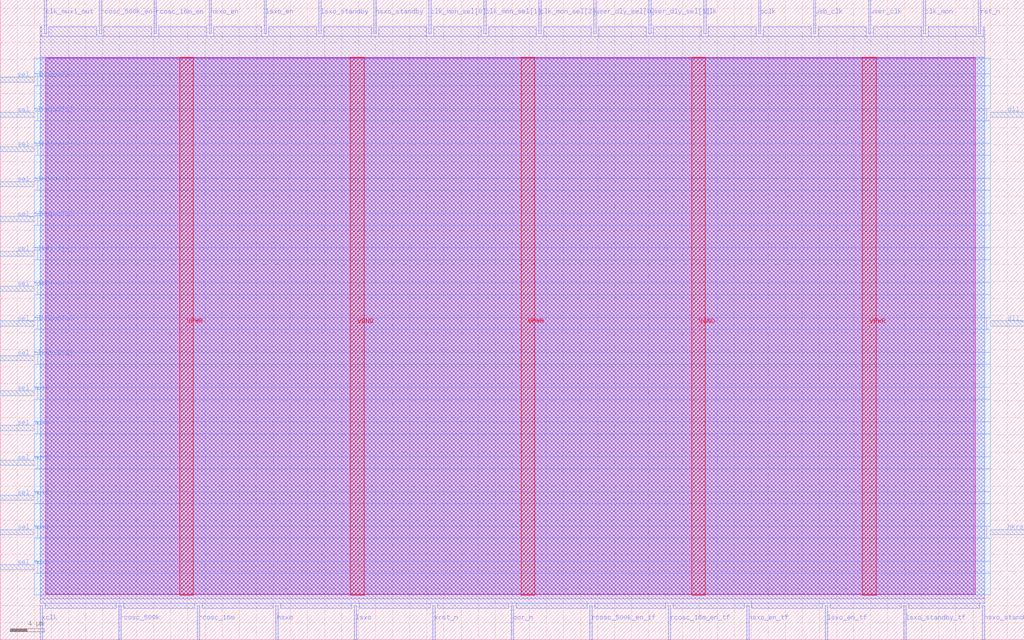
<source format=lef>
VERSION 5.7 ;
  NOWIREEXTENSIONATPIN ON ;
  DIVIDERCHAR "/" ;
  BUSBITCHARS "[]" ;
MACRO clk_rst
  CLASS BLOCK ;
  FOREIGN clk_rst ;
  ORIGIN 0.000 0.000 ;
  SIZE 120.000 BY 75.000 ;
  PIN VGND
    DIRECTION INOUT ;
    USE GROUND ;
    PORT
      LAYER met4 ;
        RECT 41.040 5.200 42.640 68.240 ;
    END
    PORT
      LAYER met4 ;
        RECT 81.040 5.200 82.640 68.240 ;
    END
  END VGND
  PIN VPWR
    DIRECTION INOUT ;
    USE POWER ;
    PORT
      LAYER met4 ;
        RECT 21.040 5.200 22.640 68.240 ;
    END
    PORT
      LAYER met4 ;
        RECT 61.040 5.200 62.640 68.240 ;
    END
    PORT
      LAYER met4 ;
        RECT 101.040 5.200 102.640 68.240 ;
    END
  END VPWR
  PIN clk
    DIRECTION OUTPUT ;
    USE SIGNAL ;
    ANTENNADIFFAREA 1.590400 ;
    PORT
      LAYER met2 ;
        RECT 82.430 71.000 82.710 75.000 ;
    END
  END clk
  PIN clk_mon
    DIRECTION OUTPUT ;
    USE SIGNAL ;
    ANTENNAGATEAREA 0.990000 ;
    ANTENNADIFFAREA 0.891000 ;
    PORT
      LAYER met2 ;
        RECT 108.190 71.000 108.470 75.000 ;
    END
  END clk_mon
  PIN clk_mon_sel[0]
    DIRECTION INPUT ;
    USE SIGNAL ;
    ANTENNAGATEAREA 1.242000 ;
    PORT
      LAYER met2 ;
        RECT 50.230 71.000 50.510 75.000 ;
    END
  END clk_mon_sel[0]
  PIN clk_mon_sel[1]
    DIRECTION INPUT ;
    USE SIGNAL ;
    ANTENNAGATEAREA 0.621000 ;
    PORT
      LAYER met2 ;
        RECT 56.670 71.000 56.950 75.000 ;
    END
  END clk_mon_sel[1]
  PIN clk_mon_sel[2]
    DIRECTION INPUT ;
    USE SIGNAL ;
    ANTENNAGATEAREA 0.621000 ;
    PORT
      LAYER met2 ;
        RECT 63.110 71.000 63.390 75.000 ;
    END
  END clk_mon_sel[2]
  PIN clk_mux1_out
    DIRECTION OUTPUT ;
    USE SIGNAL ;
    ANTENNAGATEAREA 1.980000 ;
    ANTENNADIFFAREA 0.445500 ;
    PORT
      LAYER met2 ;
        RECT 5.150 71.000 5.430 75.000 ;
    END
  END clk_mux1_out
  PIN dll_clk
    DIRECTION INPUT ;
    USE SIGNAL ;
    ANTENNAGATEAREA 3.040500 ;
    PORT
      LAYER met3 ;
        RECT 116.000 36.760 120.000 37.360 ;
    END
  END dll_clk
  PIN dll_clk90
    DIRECTION INPUT ;
    USE SIGNAL ;
    PORT
      LAYER met3 ;
        RECT 116.000 61.240 120.000 61.840 ;
    END
  END dll_clk90
  PIN hkrst_n
    DIRECTION INPUT ;
    USE SIGNAL ;
    ANTENNAGATEAREA 0.126000 ;
    PORT
      LAYER met3 ;
        RECT 116.000 12.280 120.000 12.880 ;
    END
  END hkrst_n
  PIN hsxo
    DIRECTION INPUT ;
    USE SIGNAL ;
    ANTENNAGATEAREA 1.803000 ;
    PORT
      LAYER met2 ;
        RECT 32.290 0.000 32.570 4.000 ;
    END
  END hsxo
  PIN hsxo_en
    DIRECTION INPUT ;
    USE SIGNAL ;
    ANTENNAGATEAREA 0.990000 ;
    PORT
      LAYER met2 ;
        RECT 24.470 71.000 24.750 75.000 ;
    END
  END hsxo_en
  PIN hsxo_en_tf
    DIRECTION OUTPUT ;
    USE SIGNAL ;
    ANTENNADIFFAREA 2.673000 ;
    PORT
      LAYER met2 ;
        RECT 87.490 0.000 87.770 4.000 ;
    END
  END hsxo_en_tf
  PIN hsxo_standby
    DIRECTION INPUT ;
    USE SIGNAL ;
    ANTENNAGATEAREA 0.990000 ;
    PORT
      LAYER met2 ;
        RECT 43.790 71.000 44.070 75.000 ;
    END
  END hsxo_standby
  PIN hsxo_standby_tf
    DIRECTION OUTPUT ;
    USE SIGNAL ;
    ANTENNADIFFAREA 2.673000 ;
    PORT
      LAYER met2 ;
        RECT 115.090 0.000 115.370 4.000 ;
    END
  END hsxo_standby_tf
  PIN lsxo
    DIRECTION INPUT ;
    USE SIGNAL ;
    ANTENNAGATEAREA 1.803000 ;
    PORT
      LAYER met2 ;
        RECT 41.490 0.000 41.770 4.000 ;
    END
  END lsxo
  PIN lsxo_en
    DIRECTION INPUT ;
    USE SIGNAL ;
    ANTENNAGATEAREA 0.990000 ;
    PORT
      LAYER met2 ;
        RECT 30.910 71.000 31.190 75.000 ;
    END
  END lsxo_en
  PIN lsxo_en_tf
    DIRECTION OUTPUT ;
    USE SIGNAL ;
    ANTENNADIFFAREA 2.673000 ;
    PORT
      LAYER met2 ;
        RECT 96.690 0.000 96.970 4.000 ;
    END
  END lsxo_en_tf
  PIN lsxo_standby
    DIRECTION INPUT ;
    USE SIGNAL ;
    ANTENNAGATEAREA 0.990000 ;
    PORT
      LAYER met2 ;
        RECT 37.350 71.000 37.630 75.000 ;
    END
  END lsxo_standby
  PIN lsxo_standby_tf
    DIRECTION OUTPUT ;
    USE SIGNAL ;
    ANTENNADIFFAREA 2.673000 ;
    PORT
      LAYER met2 ;
        RECT 105.890 0.000 106.170 4.000 ;
    END
  END lsxo_standby_tf
  PIN pclk
    DIRECTION OUTPUT ;
    USE SIGNAL ;
    ANTENNADIFFAREA 1.590400 ;
    PORT
      LAYER met2 ;
        RECT 88.870 71.000 89.150 75.000 ;
    END
  END pclk
  PIN por_n
    DIRECTION INPUT ;
    USE SIGNAL ;
    ANTENNAGATEAREA 0.126000 ;
    PORT
      LAYER met2 ;
        RECT 59.890 0.000 60.170 4.000 ;
    END
  END por_n
  PIN rcosc_16m
    DIRECTION INPUT ;
    USE SIGNAL ;
    ANTENNAGATEAREA 5.922000 ;
    PORT
      LAYER met2 ;
        RECT 23.090 0.000 23.370 4.000 ;
    END
  END rcosc_16m
  PIN rcosc_16m_en
    DIRECTION INPUT ;
    USE SIGNAL ;
    ANTENNAGATEAREA 0.990000 ;
    PORT
      LAYER met2 ;
        RECT 18.030 71.000 18.310 75.000 ;
    END
  END rcosc_16m_en
  PIN rcosc_16m_en_tf
    DIRECTION OUTPUT ;
    USE SIGNAL ;
    ANTENNADIFFAREA 2.673000 ;
    PORT
      LAYER met2 ;
        RECT 78.290 0.000 78.570 4.000 ;
    END
  END rcosc_16m_en_tf
  PIN rcosc_500k
    DIRECTION INPUT ;
    USE SIGNAL ;
    ANTENNAGATEAREA 2.280000 ;
    PORT
      LAYER met2 ;
        RECT 13.890 0.000 14.170 4.000 ;
    END
  END rcosc_500k
  PIN rcosc_500k_en
    DIRECTION INPUT ;
    USE SIGNAL ;
    ANTENNAGATEAREA 0.990000 ;
    PORT
      LAYER met2 ;
        RECT 11.590 71.000 11.870 75.000 ;
    END
  END rcosc_500k_en
  PIN rcosc_500k_en_tf
    DIRECTION OUTPUT ;
    USE SIGNAL ;
    ANTENNADIFFAREA 2.673000 ;
    PORT
      LAYER met2 ;
        RECT 69.090 0.000 69.370 4.000 ;
    END
  END rcosc_500k_en_tf
  PIN rst_n
    DIRECTION OUTPUT ;
    USE SIGNAL ;
    ANTENNAGATEAREA 4.065000 ;
    ANTENNADIFFAREA 2.673000 ;
    PORT
      LAYER met2 ;
        RECT 114.630 71.000 114.910 75.000 ;
    END
  END rst_n
  PIN sel_clkdiv0[0]
    DIRECTION INPUT ;
    USE SIGNAL ;
    ANTENNAGATEAREA 1.242000 ;
    PORT
      LAYER met3 ;
        RECT 0.000 32.680 4.000 33.280 ;
    END
  END sel_clkdiv0[0]
  PIN sel_clkdiv0[1]
    DIRECTION INPUT ;
    USE SIGNAL ;
    ANTENNAGATEAREA 0.621000 ;
    PORT
      LAYER met3 ;
        RECT 0.000 36.760 4.000 37.360 ;
    END
  END sel_clkdiv0[1]
  PIN sel_clkdiv0[2]
    DIRECTION INPUT ;
    USE SIGNAL ;
    ANTENNAGATEAREA 0.621000 ;
    PORT
      LAYER met3 ;
        RECT 0.000 40.840 4.000 41.440 ;
    END
  END sel_clkdiv0[2]
  PIN sel_clkdiv1[0]
    DIRECTION INPUT ;
    USE SIGNAL ;
    ANTENNAGATEAREA 1.242000 ;
    PORT
      LAYER met3 ;
        RECT 0.000 44.920 4.000 45.520 ;
    END
  END sel_clkdiv1[0]
  PIN sel_clkdiv1[1]
    DIRECTION INPUT ;
    USE SIGNAL ;
    ANTENNAGATEAREA 0.621000 ;
    PORT
      LAYER met3 ;
        RECT 0.000 49.000 4.000 49.600 ;
    END
  END sel_clkdiv1[1]
  PIN sel_clkdiv1[2]
    DIRECTION INPUT ;
    USE SIGNAL ;
    ANTENNAGATEAREA 0.621000 ;
    PORT
      LAYER met3 ;
        RECT 0.000 53.080 4.000 53.680 ;
    END
  END sel_clkdiv1[2]
  PIN sel_clkdiv2[0]
    DIRECTION INPUT ;
    USE SIGNAL ;
    ANTENNAGATEAREA 1.242000 ;
    PORT
      LAYER met3 ;
        RECT 0.000 57.160 4.000 57.760 ;
    END
  END sel_clkdiv2[0]
  PIN sel_clkdiv2[1]
    DIRECTION INPUT ;
    USE SIGNAL ;
    ANTENNAGATEAREA 0.621000 ;
    PORT
      LAYER met3 ;
        RECT 0.000 61.240 4.000 61.840 ;
    END
  END sel_clkdiv2[1]
  PIN sel_clkdiv2[2]
    DIRECTION INPUT ;
    USE SIGNAL ;
    ANTENNAGATEAREA 0.621000 ;
    PORT
      LAYER met3 ;
        RECT 0.000 65.320 4.000 65.920 ;
    END
  END sel_clkdiv2[2]
  PIN sel_mux0
    DIRECTION INPUT ;
    USE SIGNAL ;
    ANTENNAGATEAREA 0.621000 ;
    PORT
      LAYER met3 ;
        RECT 0.000 8.200 4.000 8.800 ;
    END
  END sel_mux0
  PIN sel_mux1
    DIRECTION INPUT ;
    USE SIGNAL ;
    ANTENNAGATEAREA 0.621000 ;
    PORT
      LAYER met3 ;
        RECT 0.000 12.280 4.000 12.880 ;
    END
  END sel_mux1
  PIN sel_mux2
    DIRECTION INPUT ;
    USE SIGNAL ;
    ANTENNAGATEAREA 0.621000 ;
    PORT
      LAYER met3 ;
        RECT 0.000 16.360 4.000 16.960 ;
    END
  END sel_mux2
  PIN sel_mux3
    DIRECTION INPUT ;
    USE SIGNAL ;
    ANTENNAGATEAREA 0.621000 ;
    PORT
      LAYER met3 ;
        RECT 0.000 20.440 4.000 21.040 ;
    END
  END sel_mux3
  PIN sel_mux4
    DIRECTION INPUT ;
    USE SIGNAL ;
    ANTENNAGATEAREA 0.621000 ;
    PORT
      LAYER met3 ;
        RECT 0.000 24.520 4.000 25.120 ;
    END
  END sel_mux4
  PIN sel_mux5
    DIRECTION INPUT ;
    USE SIGNAL ;
    ANTENNAGATEAREA 0.621000 ;
    PORT
      LAYER met3 ;
        RECT 0.000 28.600 4.000 29.200 ;
    END
  END sel_mux5
  PIN usb_clk
    DIRECTION OUTPUT ;
    USE SIGNAL ;
    ANTENNADIFFAREA 1.590400 ;
    PORT
      LAYER met2 ;
        RECT 95.310 71.000 95.590 75.000 ;
    END
  END usb_clk
  PIN user_clk
    DIRECTION OUTPUT ;
    USE SIGNAL ;
    ANTENNADIFFAREA 1.590400 ;
    PORT
      LAYER met2 ;
        RECT 101.750 71.000 102.030 75.000 ;
    END
  END user_clk
  PIN user_dly_sel[0]
    DIRECTION INPUT ;
    USE SIGNAL ;
    PORT
      LAYER met2 ;
        RECT 69.550 71.000 69.830 75.000 ;
    END
  END user_dly_sel[0]
  PIN user_dly_sel[1]
    DIRECTION INPUT ;
    USE SIGNAL ;
    PORT
      LAYER met2 ;
        RECT 75.990 71.000 76.270 75.000 ;
    END
  END user_dly_sel[1]
  PIN xclk
    DIRECTION INPUT ;
    USE SIGNAL ;
    ANTENNAGATEAREA 0.901500 ;
    PORT
      LAYER met2 ;
        RECT 4.690 0.000 4.970 4.000 ;
    END
  END xclk
  PIN xrst_n
    DIRECTION INPUT ;
    USE SIGNAL ;
    ANTENNAGATEAREA 0.126000 ;
    PORT
      LAYER met2 ;
        RECT 50.690 0.000 50.970 4.000 ;
    END
  END xrst_n
  OBS
      LAYER nwell ;
        RECT 5.330 5.355 114.270 68.190 ;
      LAYER li1 ;
        RECT 5.520 5.355 114.080 68.085 ;
      LAYER met1 ;
        RECT 4.670 4.800 115.390 68.240 ;
      LAYER met2 ;
        RECT 4.700 70.720 4.870 71.810 ;
        RECT 5.710 70.720 11.310 71.810 ;
        RECT 12.150 70.720 17.750 71.810 ;
        RECT 18.590 70.720 24.190 71.810 ;
        RECT 25.030 70.720 30.630 71.810 ;
        RECT 31.470 70.720 37.070 71.810 ;
        RECT 37.910 70.720 43.510 71.810 ;
        RECT 44.350 70.720 49.950 71.810 ;
        RECT 50.790 70.720 56.390 71.810 ;
        RECT 57.230 70.720 62.830 71.810 ;
        RECT 63.670 70.720 69.270 71.810 ;
        RECT 70.110 70.720 75.710 71.810 ;
        RECT 76.550 70.720 82.150 71.810 ;
        RECT 82.990 70.720 88.590 71.810 ;
        RECT 89.430 70.720 95.030 71.810 ;
        RECT 95.870 70.720 101.470 71.810 ;
        RECT 102.310 70.720 107.910 71.810 ;
        RECT 108.750 70.720 114.350 71.810 ;
        RECT 115.190 70.720 115.360 71.810 ;
        RECT 4.700 4.280 115.360 70.720 ;
        RECT 5.250 3.670 13.610 4.280 ;
        RECT 14.450 3.670 22.810 4.280 ;
        RECT 23.650 3.670 32.010 4.280 ;
        RECT 32.850 3.670 41.210 4.280 ;
        RECT 42.050 3.670 50.410 4.280 ;
        RECT 51.250 3.670 59.610 4.280 ;
        RECT 60.450 3.670 68.810 4.280 ;
        RECT 69.650 3.670 78.010 4.280 ;
        RECT 78.850 3.670 87.210 4.280 ;
        RECT 88.050 3.670 96.410 4.280 ;
        RECT 97.250 3.670 105.610 4.280 ;
        RECT 106.450 3.670 114.810 4.280 ;
      LAYER met3 ;
        RECT 4.000 66.320 116.000 68.165 ;
        RECT 4.400 64.920 116.000 66.320 ;
        RECT 4.000 62.240 116.000 64.920 ;
        RECT 4.400 60.840 115.600 62.240 ;
        RECT 4.000 58.160 116.000 60.840 ;
        RECT 4.400 56.760 116.000 58.160 ;
        RECT 4.000 54.080 116.000 56.760 ;
        RECT 4.400 52.680 116.000 54.080 ;
        RECT 4.000 50.000 116.000 52.680 ;
        RECT 4.400 48.600 116.000 50.000 ;
        RECT 4.000 45.920 116.000 48.600 ;
        RECT 4.400 44.520 116.000 45.920 ;
        RECT 4.000 41.840 116.000 44.520 ;
        RECT 4.400 40.440 116.000 41.840 ;
        RECT 4.000 37.760 116.000 40.440 ;
        RECT 4.400 36.360 115.600 37.760 ;
        RECT 4.000 33.680 116.000 36.360 ;
        RECT 4.400 32.280 116.000 33.680 ;
        RECT 4.000 29.600 116.000 32.280 ;
        RECT 4.400 28.200 116.000 29.600 ;
        RECT 4.000 25.520 116.000 28.200 ;
        RECT 4.400 24.120 116.000 25.520 ;
        RECT 4.000 21.440 116.000 24.120 ;
        RECT 4.400 20.040 116.000 21.440 ;
        RECT 4.000 17.360 116.000 20.040 ;
        RECT 4.400 15.960 116.000 17.360 ;
        RECT 4.000 13.280 116.000 15.960 ;
        RECT 4.400 11.880 115.600 13.280 ;
        RECT 4.000 9.200 116.000 11.880 ;
        RECT 4.400 7.800 116.000 9.200 ;
        RECT 4.000 5.275 116.000 7.800 ;
  END
END clk_rst
END LIBRARY


</source>
